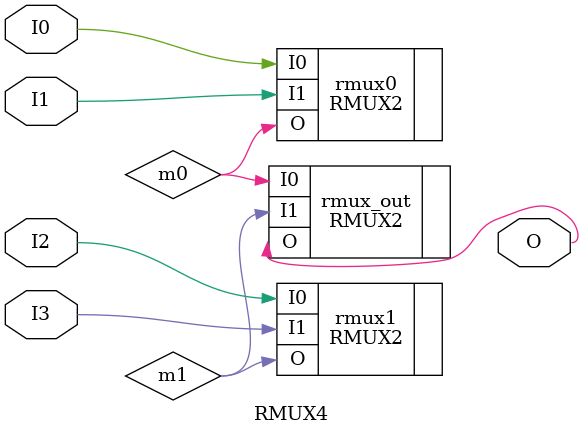
<source format=v>
`ifndef VPR_MUXES_ROUTING_RMUX4
`define VPR_MUXES_ROUTING_RMUX4

`include "../rmux2/sim.v"

module RMUX4(I0, I1, I2, I3, O);
	parameter [0:0] S0 = 0;
	parameter [0:0] S1 = 0;

	input wire I0;
	input wire I1;
	input wire I2;
	input wire I3;
	output wire O;

	wire m0;
	wire m1;

	RMUX2 #(.S0(S0)) rmux0    (.I0(I0), .I1(I1), .O(m0));
	RMUX2 #(.S0(S0)) rmux1    (.I0(I2), .I1(I3), .O(m1));
	RMUX2 #(.S0(S1)) rmux_out (.I0(m0), .I1(m1), .O(O));
endmodule

`endif

</source>
